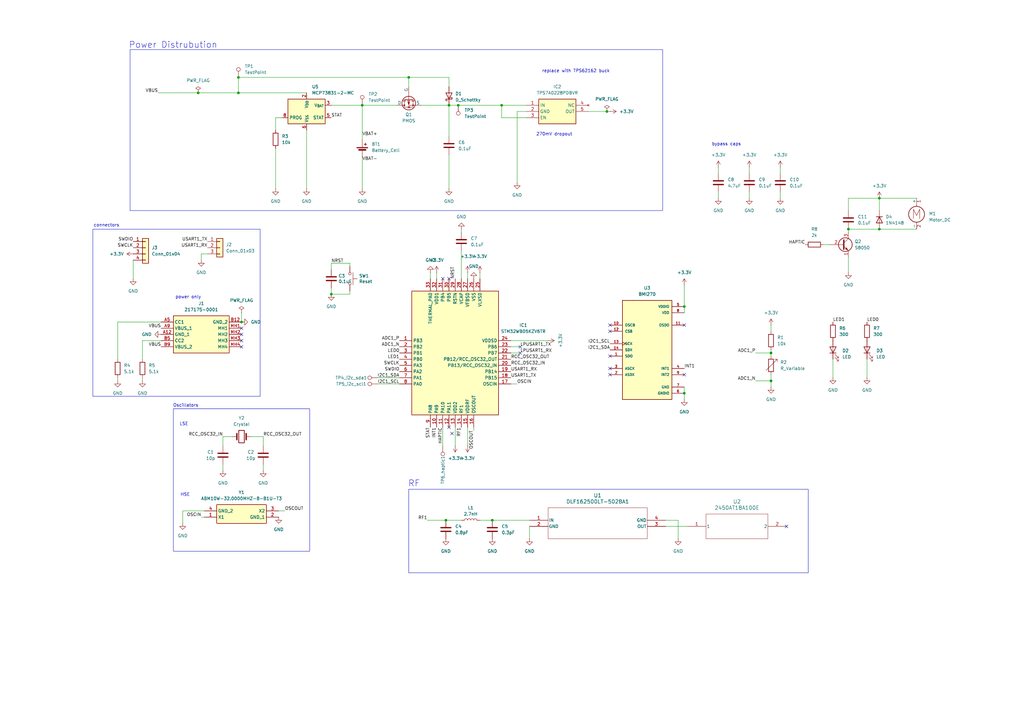
<source format=kicad_sch>
(kicad_sch (version 20231120) (generator "eeschema") (generator_version "8.0")
  (paper "A3")
  (lib_symbols
    (symbol "A_wearables:217175-0001"
      (property "Reference" "J" (at 29.21 7.62 0))
      (property "Value" "217175-0001" (at 29.21 5.08 0))
      (symbol "217175-0001_1_1"
        (pin passive line (at 0 -5.08 0) (length 5.08) (name "GND_1") (number "A12"))
        (pin passive line (at 0 0 0) (length 5.08) (name "CC1") (number "A5"))
        (pin passive line (at 0 -2.54 0) (length 5.08) (name "VBUS_1") (number "A9"))
        (pin passive line (at 33.02 0 180) (length 5.08) (name "GND_2") (number "B12"))
        (pin passive line (at 0 -7.62 0) (length 5.08) (name "CC2") (number "B5"))
        (pin passive line (at 0 -10.16 0) (length 5.08) (name "VBUS_2") (number "B9"))
        (pin passive line (at 33.02 -2.54 180) (length 5.08) (name "MH1") (number "MH1"))
        (pin passive line (at 33.02 -5.08 180) (length 5.08) (name "MH2") (number "MH2"))
        (pin passive line (at 33.02 -7.62 180) (length 5.08) (name "MH3") (number "MH3"))
        (pin passive line (at 33.02 -10.16 180) (length 5.08) (name "MH4") (number "MH4"))
      )
    )
    (symbol "A_wearables:ABM10W-32.0000MHZ-8-B1U-T3"
      (property "Reference" "Y" (at 26.67 7.62 0))
      (property "Value" "ABM10W-32.0000MHZ-8-B1U-T3" (at 26.67 5.08 0))
      (symbol "ABM10W-32.0000MHZ-8-B1U-T3_1_1"
        (pin passive line (at 0 -2.54 0) (length 5.08) (name "X1") (number "1"))
        (pin passive line (at 30.48 -2.54 180) (length 5.08) (name "GND_1") (number "2"))
        (pin passive line (at 30.48 0 180) (length 5.08) (name "X2") (number "3"))
        (pin passive line (at 0 0 0) (length 5.08) (name "GND_2") (number "4"))
      )
    )
    (symbol "A_wearables:STM32WB05KZV6TR"
      (property "Reference" "IC" (at 41.91 25.4 0))
      (property "Value" "STM32WB05KZV6TR" (at 41.91 22.86 0))
      (symbol "STM32WB05KZV6TR_1_1"
        (pin passive line (at 0 0 0) (length 5.08) (name "PB3") (number "1"))
        (pin passive line (at 15.24 -35.56 90) (length 5.08) (name "PA9") (number "10"))
        (pin passive line (at 17.78 -35.56 90) (length 5.08) (name "PA10") (number "11"))
        (pin passive line (at 20.32 -35.56 90) (length 5.08) (name "PA11") (number "12"))
        (pin passive line (at 22.86 -35.56 90) (length 5.08) (name "VDD2") (number "13"))
        (pin passive line (at 25.4 -35.56 90) (length 5.08) (name "RF1") (number "14"))
        (pin passive line (at 27.94 -35.56 90) (length 5.08) (name "VDDRF") (number "15"))
        (pin passive line (at 30.48 -35.56 90) (length 5.08) (name "OSCOUT") (number "16"))
        (pin passive line (at 45.72 -17.78 180) (length 5.08) (name "OSCIN") (number "17"))
        (pin passive line (at 45.72 -15.24 180) (length 5.08) (name "PB15") (number "18"))
        (pin passive line (at 45.72 -12.7 180) (length 5.08) (name "PB14") (number "19"))
        (pin passive line (at 0 -2.54 0) (length 5.08) (name "PB2") (number "2"))
        (pin passive line (at 45.72 -10.16 180) (length 5.08) (name "PB13/RCC_OSC32_IN") (number "20"))
        (pin passive line (at 45.72 -7.62 180) (length 5.08) (name "PB12/RCC_OSC32_OUT") (number "21"))
        (pin passive line (at 45.72 -5.08 180) (length 5.08) (name "PB7") (number "22"))
        (pin passive line (at 45.72 -2.54 180) (length 5.08) (name "PB6") (number "23"))
        (pin passive line (at 45.72 0 180) (length 5.08) (name "VDDSD") (number "24"))
        (pin passive line (at 33.02 25.4 270) (length 5.08) (name "VLXSD") (number "25"))
        (pin passive line (at 30.48 25.4 270) (length 5.08) (name "VSS") (number "26"))
        (pin passive line (at 27.94 25.4 270) (length 5.08) (name "VFBSD") (number "27"))
        (pin passive line (at 25.4 25.4 270) (length 5.08) (name "VCAP") (number "28"))
        (pin passive line (at 22.86 25.4 270) (length 5.08) (name "RSTN") (number "29"))
        (pin passive line (at 0 -5.08 0) (length 5.08) (name "PB1") (number "3"))
        (pin passive line (at 20.32 25.4 270) (length 5.08) (name "PB5") (number "30"))
        (pin passive line (at 17.78 25.4 270) (length 5.08) (name "PB4") (number "31"))
        (pin passive line (at 15.24 25.4 270) (length 5.08) (name "VDD1") (number "32"))
        (pin passive line (at 12.7 25.4 270) (length 5.08) (name "THERMAL_PAD") (number "33"))
        (pin passive line (at 0 -7.62 0) (length 5.08) (name "PB0") (number "4"))
        (pin passive line (at 0 -10.16 0) (length 5.08) (name "PA3") (number "5"))
        (pin passive line (at 0 -12.7 0) (length 5.08) (name "PA2") (number "6"))
        (pin passive line (at 0 -15.24 0) (length 5.08) (name "PA1") (number "7"))
        (pin passive line (at 0 -17.78 0) (length 5.08) (name "PA0") (number "8"))
        (pin passive line (at 12.7 -35.56 90) (length 5.08) (name "PA8") (number "9"))
      )
    )
    (symbol "BMI270:BMI270" (pin_names (offset 1.016))
      (property "Reference" "U" (at -10.16 21.082 0))
      (property "Value" "BMI270" (at -10.16 -22.86 0))
      (symbol "BMI270_0_0"
        (pin bidirectional line (at -15.24 -2.54 0) (length 5.08) (name "SDO") (number "1"))
        (pin input line (at -15.24 10.16 0) (length 5.08) (name "OSCB") (number "10"))
        (pin output line (at 15.24 10.16 180) (length 5.08) (name "OSDO") (number "11"))
        (pin input line (at -15.24 7.62 0) (length 5.08) (name "CSB") (number "12"))
        (pin input clock (at -15.24 2.54 0) (length 5.08) (name "SCX") (number "13"))
        (pin bidirectional line (at -15.24 0 0) (length 5.08) (name "SDX") (number "14"))
        (pin bidirectional line (at -15.24 -10.16 0) (length 5.08) (name "ASDX") (number "2"))
        (pin bidirectional line (at -15.24 -7.62 0) (length 5.08) (name "ASCX") (number "3"))
        (pin bidirectional line (at 15.24 -7.62 180) (length 5.08) (name "INT1") (number "4"))
        (pin power_in line (at 15.24 17.78 180) (length 5.08) (name "VDDIO") (number "5"))
        (pin power_in line (at 15.24 -17.78 180) (length 5.08) (name "GNDIO") (number "6"))
        (pin power_in line (at 15.24 -15.24 180) (length 5.08) (name "GND") (number "7"))
        (pin power_in line (at 15.24 15.24 180) (length 5.08) (name "VDD") (number "8"))
        (pin bidirectional line (at 15.24 -10.16 180) (length 5.08) (name "INT2") (number "9"))
      )
    )
    (symbol "Battery_Management:MCP73831-2-MC"
      (property "Reference" "U" (at -7.62 6.35 0))
      (property "Value" "MCP73831-2-MC" (at 1.27 6.35 0))
      (symbol "MCP73831-2-MC_1_1"
        (pin passive line (at 0 7.62 270) (length 2.54) hide (name "V_{DD}") (number "1"))
        (pin power_in line (at 0 7.62 270) (length 2.54) (name "V_{DD}") (number "2"))
        (pin power_out line (at 10.16 2.54 180) (length 2.54) (name "V_{BAT}") (number "3"))
        (pin passive line (at 10.16 2.54 180) (length 2.54) hide (name "V_{BAT}") (number "4"))
        (pin tri_state line (at 10.16 -2.54 180) (length 2.54) (name "STAT") (number "5"))
        (pin power_in line (at 0 -7.62 90) (length 2.54) (name "V_{SS}") (number "6"))
        (pin no_connect line (at -7.62 2.54 0) (length 2.54) hide (name "NC") (number "7"))
        (pin input line (at -10.16 -2.54 0) (length 2.54) (name "PROG") (number "8"))
      )
    )
    (symbol "Connector:TestPoint" (pin_numbers hide) (pin_names (offset 0.762) hide)
      (property "Reference" "TP" (at 0 6.858 0))
      (property "Value" "TestPoint" (at 0 5.08 0))
      (symbol "TestPoint_1_1"
        (pin passive line (at 0 0 90) (length 2.54) (name "1") (number "1"))
      )
    )
    (symbol "Connector_Generic:Conn_01x03" (pin_names (offset 1.016) hide)
      (property "Reference" "J" (at 0 5.08 0))
      (property "Value" "Conn_01x03" (at 0 -5.08 0))
      (symbol "Conn_01x03_1_1"
        (pin passive line (at -5.08 2.54 0) (length 3.81) (name "Pin_1") (number "1"))
        (pin passive line (at -5.08 0 0) (length 3.81) (name "Pin_2") (number "2"))
        (pin passive line (at -5.08 -2.54 0) (length 3.81) (name "Pin_3") (number "3"))
      )
    )
    (symbol "Connector_Generic:Conn_01x04" (pin_names (offset 1.016) hide)
      (property "Reference" "J" (at 0 5.08 0))
      (property "Value" "Conn_01x04" (at 0 -7.62 0))
      (symbol "Conn_01x04_1_1"
        (pin passive line (at -5.08 2.54 0) (length 3.81) (name "Pin_1") (number "1"))
        (pin passive line (at -5.08 0 0) (length 3.81) (name "Pin_2") (number "2"))
        (pin passive line (at -5.08 -2.54 0) (length 3.81) (name "Pin_3") (number "3"))
        (pin passive line (at -5.08 -5.08 0) (length 3.81) (name "Pin_4") (number "4"))
      )
    )
    (symbol "Device:Battery_Cell" (pin_numbers hide) (pin_names (offset 0) hide)
      (property "Reference" "BT" (at 2.54 2.54 0))
      (property "Value" "Battery_Cell" (at 2.54 0 0))
      (symbol "Battery_Cell_1_1"
        (pin passive line (at 0 5.08 270) (length 2.54) (name "+") (number "1"))
        (pin passive line (at 0 -2.54 90) (length 2.54) (name "-") (number "2"))
      )
    )
    (symbol "Device:C" (pin_numbers hide) (pin_names (offset 0.254))
      (property "Reference" "C" (at 0.635 2.54 0))
      (property "Value" "C" (at 0.635 -2.54 0))
      (symbol "C_1_1"
        (pin passive line (at 0 3.81 270) (length 2.794) (name "~") (number "1"))
        (pin passive line (at 0 -3.81 90) (length 2.794) (name "~") (number "2"))
      )
    )
    (symbol "Device:Crystal" (pin_numbers hide) (pin_names (offset 1.016) hide)
      (property "Reference" "Y" (at 0 3.81 0))
      (property "Value" "Crystal" (at 0 -3.81 0))
      (symbol "Crystal_1_1"
        (pin passive line (at -3.81 0 0) (length 1.27) (name "1") (number "1"))
        (pin passive line (at 3.81 0 180) (length 1.27) (name "2") (number "2"))
      )
    )
    (symbol "Device:D_Schottky" (pin_numbers hide) (pin_names (offset 1.016) hide)
      (property "Reference" "D" (at 0 2.54 0))
      (property "Value" "D_Schottky" (at 0 -2.54 0))
      (symbol "D_Schottky_1_1"
        (pin passive line (at -3.81 0 0) (length 2.54) (name "K") (number "1"))
        (pin passive line (at 3.81 0 180) (length 2.54) (name "A") (number "2"))
      )
    )
    (symbol "Device:L" (pin_numbers hide) (pin_names (offset 1.016) hide)
      (property "Reference" "L" (at -1.27 0 90))
      (property "Value" "L" (at 1.905 0 90))
      (symbol "L_1_1"
        (pin passive line (at 0 3.81 270) (length 1.27) (name "1") (number "1"))
        (pin passive line (at 0 -3.81 90) (length 1.27) (name "2") (number "2"))
      )
    )
    (symbol "Device:LED" (pin_numbers hide) (pin_names (offset 1.016) hide)
      (property "Reference" "D" (at 0 2.54 0))
      (property "Value" "LED" (at 0 -2.54 0))
      (symbol "LED_1_1"
        (pin passive line (at -3.81 0 0) (length 2.54) (name "K") (number "1"))
        (pin passive line (at 3.81 0 180) (length 2.54) (name "A") (number "2"))
      )
    )
    (symbol "Device:R" (pin_numbers hide) (pin_names (offset 0))
      (property "Reference" "R" (at 2.032 0 90))
      (property "Value" "R" (at 0 0 90))
      (symbol "R_1_1"
        (pin passive line (at 0 3.81 270) (length 1.27) (name "~") (number "1"))
        (pin passive line (at 0 -3.81 90) (length 1.27) (name "~") (number "2"))
      )
    )
    (symbol "Device:R_Variable" (pin_numbers hide) (pin_names (offset 0))
      (property "Reference" "R" (at 2.54 -2.54 90))
      (property "Value" "R_Variable" (at -2.54 -1.27 90))
      (symbol "R_Variable_1_1"
        (pin passive line (at 0 3.81 270) (length 1.27) (name "~") (number "1"))
        (pin passive line (at 0 -3.81 90) (length 1.27) (name "~") (number "2"))
      )
    )
    (symbol "Diode:1N4148" (pin_numbers hide) (pin_names hide)
      (property "Reference" "D" (at 0 2.54 0))
      (property "Value" "1N4148" (at 0 -2.54 0))
      (symbol "1N4148_1_1"
        (pin passive line (at -3.81 0 0) (length 2.54) (name "K") (number "1"))
        (pin passive line (at 3.81 0 180) (length 2.54) (name "A") (number "2"))
      )
    )
    (symbol "GND_1" (power) (pin_numbers hide) (pin_names (offset 0) hide)
      (property "Value" "GND" (at 0 -3.81 0))
      (symbol "GND_1_1_1"
        (pin power_in line (at 0 0 270) (length 0) (name "~") (number "1"))
      )
    )
    (symbol "GND_12" (power) (pin_numbers hide) (pin_names (offset 0) hide)
      (property "Value" "GND" (at 0 -3.81 0))
      (symbol "GND_12_1_1"
        (pin power_in line (at 0 0 270) (length 0) (name "~") (number "1"))
      )
    )
    (symbol "GND_13" (power) (pin_numbers hide) (pin_names (offset 0) hide)
      (property "Value" "GND" (at 0 -3.81 0))
      (symbol "GND_13_1_1"
        (pin power_in line (at 0 0 270) (length 0) (name "~") (number "1"))
      )
    )
    (symbol "GND_3" (power) (pin_numbers hide) (pin_names (offset 0) hide)
      (property "Value" "GND" (at 0 -3.81 0))
      (symbol "GND_3_1_1"
        (pin power_in line (at 0 0 270) (length 0) (name "~") (number "1"))
      )
    )
    (symbol "GND_4" (power) (pin_numbers hide) (pin_names (offset 0) hide)
      (property "Value" "GND" (at 0 -3.81 0))
      (symbol "GND_4_1_1"
        (pin power_in line (at 0 0 270) (length 0) (name "~") (number "1"))
      )
    )
    (symbol "GND_7" (power) (pin_numbers hide) (pin_names (offset 0) hide)
      (property "Value" "GND" (at 0 -3.81 0))
      (symbol "GND_7_1_1"
        (pin power_in line (at 0 0 270) (length 0) (name "~") (number "1"))
      )
    )
    (symbol "Motor:Motor_DC" (pin_names (offset 0))
      (property "Reference" "M" (at 2.54 2.54 0))
      (property "Value" "Motor_DC" (at 2.54 -5.08 0))
      (symbol "Motor_DC_1_1"
        (pin passive line (at 0 5.08 270) (length 2.54) (name "+") (number "1"))
        (pin passive line (at 0 -7.62 90) (length 2.54) (name "-") (number "2"))
      )
    )
    (symbol "Simulation_SPICE:PMOS" (pin_numbers hide) (pin_names (offset 0))
      (property "Reference" "Q" (at 5.08 1.27 0))
      (property "Value" "PMOS" (at 5.08 -1.27 0))
      (symbol "PMOS_1_1"
        (pin passive line (at 2.54 5.08 270) (length 2.54) (name "D") (number "1"))
        (pin input line (at -5.08 0 0) (length 2.54) (name "G") (number "2"))
        (pin passive line (at 2.54 -5.08 90) (length 2.54) (name "S") (number "3"))
      )
    )
    (symbol "Switch:SW_Push" (pin_numbers hide) (pin_names (offset 1.016) hide)
      (property "Reference" "SW" (at 1.27 2.54 0))
      (property "Value" "SW_Push" (at 0 -1.524 0))
      (symbol "SW_Push_0_1"
        (pin passive line (at -5.08 0 0) (length 2.54) (name "1") (number "1"))
        (pin passive line (at 5.08 0 180) (length 2.54) (name "2") (number "2"))
      )
    )
    (symbol "Transistor_BJT:S8050" (pin_names (offset 0) hide)
      (property "Reference" "Q" (at 5.08 1.905 0))
      (property "Value" "S8050" (at 5.08 0 0))
      (symbol "S8050_1_1"
        (pin passive line (at 2.54 -5.08 90) (length 2.54) (name "E") (number "1"))
        (pin input line (at -5.08 0 0) (length 5.08) (name "B") (number "2"))
        (pin passive line (at 2.54 5.08 270) (length 2.54) (name "C") (number "3"))
      )
    )
    (symbol "power:+3.3V" (power) (pin_numbers hide) (pin_names (offset 0) hide)
      (property "Value" "+3.3V" (at 0 3.556 0))
      (symbol "+3.3V_1_1"
        (pin power_in line (at 0 0 90) (length 0) (name "~") (number "1"))
      )
    )
    (symbol "power:GND" (power) (pin_numbers hide) (pin_names (offset 0) hide)
      (property "Value" "GND" (at 0 -3.81 0))
      (symbol "GND_1_1"
        (pin power_in line (at 0 0 270) (length 0) (name "~") (number "1"))
      )
    )
    (symbol "power:PWR_FLAG" (power) (pin_numbers hide) (pin_names (offset 0) hide)
      (property "Value" "PWR_FLAG" (at 0 3.81 0))
      (symbol "PWR_FLAG_0_0"
        (pin power_out line (at 0 0 90) (length 0) (name "~") (number "1"))
      )
    )
    (symbol "wearable-som-sym-lib:2450AT18A100E" (pin_names (offset 0.254))
      (property "Reference" "U" (at 20.32 10.16 0))
      (property "Value" "2450AT18A100E" (at 20.32 7.62 0))
      (symbol "2450AT18A100E_1_1"
        (pin unspecified line (at 0 0 0) (length 7.62) (name "1") (number "1"))
        (pin unspecified line (at 40.64 0 180) (length 7.62) (name "2") (number "2"))
      )
    )
    (symbol "wearable-som-sym-lib:DLF162500LT-5028A1" (pin_names (offset 0.254))
      (property "Reference" "U" (at 27.94 10.16 0))
      (property "Value" "DLF162500LT-5028A1" (at 27.94 7.62 0))
      (symbol "DLF162500LT-5028A1_1_1"
        (pin input line (at 0 0 0) (length 7.62) (name "IN") (number "1"))
        (pin power_in line (at 0 -2.54 0) (length 7.62) (name "GND") (number "2"))
        (pin output line (at 55.88 -2.54 180) (length 7.62) (name "OUT") (number "3"))
        (pin power_in line (at 55.88 0 180) (length 7.62) (name "GND") (number "4"))
      )
    )
    (symbol "wearable-som-sym-lib:TPS7A0228PDBVR"
      (property "Reference" "IC" (at 21.59 7.62 0))
      (property "Value" "TPS7A0228PDBVR" (at 21.59 5.08 0))
      (symbol "TPS7A0228PDBVR_1_1"
        (pin passive line (at 0 0 0) (length 5.08) (name "IN") (number "1"))
        (pin passive line (at 0 -2.54 0) (length 5.08) (name "GND") (number "2"))
        (pin passive line (at 0 -5.08 0) (length 5.08) (name "EN") (number "3"))
        (pin no_connect line (at 25.4 0 180) (length 5.08) (name "NC") (number "4"))
        (pin passive line (at 25.4 -2.54 180) (length 5.08) (name "OUT") (number "5"))
      )
    )
  )
  (junction (at 201.93 213.36))
  (junction (at 205.74 43.18))
  (junction (at 248.92 45.72))
  (junction (at 81.28 38.1))
  (junction (at 97.79 31.75))
  (junction (at 184.15 43.18))
  (junction (at 316.23 144.78))
  (junction (at 148.59 43.18))
  (junction (at 316.23 156.21))
  (junction (at 182.88 213.36))
  (junction (at 360.68 81.28))
  (junction (at 99.06 132.08))
  (junction (at 280.67 125.73))
  (junction (at 167.64 31.75))
  (junction (at 280.67 161.29))
  (junction (at 360.68 93.98))
  (junction (at 187.96 43.18))
  (junction (at 97.79 38.1))
  (junction (at 135.89 120.65))
  (junction (at 347.98 93.98))
  (no_connect (at 213.36 142.24))
  (no_connect (at 250.19 146.05))
  (no_connect (at 99.06 137.16))
  (no_connect (at 280.67 153.67))
  (no_connect (at 99.06 134.62))
  (no_connect (at 185.42 177.8))
  (no_connect (at 280.67 133.35))
  (no_connect (at 99.06 142.24))
  (no_connect (at 322.58 215.9))
  (no_connect (at 184.15 114.3))
  (no_connect (at 250.19 153.67))
  (no_connect (at 250.19 133.35))
  (no_connect (at 250.19 151.13))
  (no_connect (at 184.15 175.26))
  (no_connect (at 181.61 114.3))
  (no_connect (at 250.19 135.89))
  (no_connect (at 213.36 144.78))
  (no_connect (at 99.06 139.7))
  (wire (pts (xy 107.95 190.5) (xy 107.95 193.04)))
  (wire (pts (xy 294.64 68.58) (xy 294.64 71.12)))
  (wire (pts (xy 196.85 111.76) (xy 196.85 114.3)))
  (wire (pts (xy 278.13 213.36) (xy 278.13 220.98)))
  (wire (pts (xy 82.55 212.09) (xy 83.82 212.09)))
  (wire (pts (xy 248.92 45.72) (xy 250.19 45.72)))
  (wire (pts (xy 241.3 45.72) (xy 248.92 45.72)))
  (wire (pts (xy 316.23 133.35) (xy 316.23 135.89)))
  (wire (pts (xy 58.42 154.94) (xy 58.42 156.21)))
  (wire (pts (xy 186.69 175.26) (xy 186.69 182.88)))
  (wire (pts (xy 309.88 144.78) (xy 316.23 144.78)))
  (wire (pts (xy 99.06 128.27) (xy 99.06 132.08)))
  (wire (pts (xy 148.59 43.18) (xy 148.59 57.15)))
  (wire (pts (xy 184.15 43.18) (xy 187.96 43.18)))
  (wire (pts (xy 184.15 31.75) (xy 184.15 35.56)))
  (wire (pts (xy 191.77 175.26) (xy 191.77 182.88)))
  (wire (pts (xy 48.26 154.94) (xy 48.26 156.21)))
  (wire (pts (xy 167.64 31.75) (xy 184.15 31.75)))
  (wire (pts (xy 316.23 156.21) (xy 316.23 158.75)))
  (wire (pts (xy 95.25 179.07) (xy 91.44 179.07)))
  (wire (pts (xy 58.42 139.7) (xy 58.42 147.32)))
  (wire (pts (xy 135.89 43.18) (xy 148.59 43.18)))
  (wire (pts (xy 74.93 209.55) (xy 74.93 214.63)))
  (wire (pts (xy 316.23 143.51) (xy 316.23 144.78)))
  (wire (pts (xy 184.15 63.5) (xy 184.15 77.47)))
  (wire (pts (xy 64.77 38.1) (xy 81.28 38.1)))
  (wire (pts (xy 48.26 132.08) (xy 48.26 147.32)))
  (wire (pts (xy 341.63 147.32) (xy 341.63 154.94)))
  (wire (pts (xy 316.23 153.67) (xy 316.23 156.21)))
  (wire (pts (xy 113.03 48.26) (xy 113.03 53.34)))
  (wire (pts (xy 309.88 156.21) (xy 316.23 156.21)))
  (wire (pts (xy 148.59 64.77) (xy 148.59 77.47)))
  (wire (pts (xy 375.92 81.28) (xy 360.68 81.28)))
  (wire (pts (xy 209.55 157.48) (xy 212.09 157.48)))
  (wire (pts (xy 294.64 78.74) (xy 294.64 81.28)))
  (wire (pts (xy 125.73 53.34) (xy 125.73 77.47)))
  (wire (pts (xy 97.79 31.75) (xy 97.79 38.1)))
  (wire (pts (xy 209.55 139.7) (xy 224.79 139.7)))
  (wire (pts (xy 135.89 118.11) (xy 135.89 120.65)))
  (wire (pts (xy 148.59 43.18) (xy 162.56 43.18)))
  (wire (pts (xy 213.36 144.78) (xy 209.55 144.78)))
  (wire (pts (xy 184.15 43.18) (xy 184.15 55.88)))
  (wire (pts (xy 320.04 78.74) (xy 320.04 81.28)))
  (wire (pts (xy 113.03 60.96) (xy 113.03 77.47)))
  (wire (pts (xy 54.61 106.68) (xy 54.61 114.3)))
  (wire (pts (xy 205.74 48.26) (xy 205.74 43.18)))
  (wire (pts (xy 115.57 48.26) (xy 113.03 48.26)))
  (wire (pts (xy 307.34 78.74) (xy 307.34 81.28)))
  (wire (pts (xy 194.31 176.53) (xy 194.31 175.26)))
  (wire (pts (xy 167.64 31.75) (xy 167.64 35.56)))
  (wire (pts (xy 182.88 213.36) (xy 189.23 213.36)))
  (wire (pts (xy 347.98 93.98) (xy 347.98 95.25)))
  (wire (pts (xy 97.79 38.1) (xy 125.73 38.1)))
  (wire (pts (xy 280.67 116.84) (xy 280.67 125.73)))
  (wire (pts (xy 217.17 215.9) (xy 217.17 220.98)))
  (wire (pts (xy 347.98 105.41) (xy 347.98 111.76)))
  (wire (pts (xy 337.82 100.33) (xy 340.36 100.33)))
  (wire (pts (xy 107.95 182.88) (xy 107.95 179.07)))
  (wire (pts (xy 143.51 120.65) (xy 143.51 119.38)))
  (wire (pts (xy 205.74 43.18) (xy 215.9 43.18)))
  (wire (pts (xy 167.64 31.75) (xy 97.79 31.75)))
  (wire (pts (xy 355.6 147.32) (xy 355.6 154.94)))
  (wire (pts (xy 172.72 43.18) (xy 184.15 43.18)))
  (wire (pts (xy 58.42 139.7) (xy 66.04 139.7)))
  (wire (pts (xy 347.98 93.98) (xy 360.68 93.98)))
  (wire (pts (xy 107.95 179.07) (xy 102.87 179.07)))
  (wire (pts (xy 187.96 43.18) (xy 205.74 43.18)))
  (wire (pts (xy 360.68 93.98) (xy 375.92 93.98)))
  (wire (pts (xy 135.89 107.95) (xy 143.51 107.95)))
  (wire (pts (xy 360.68 81.28) (xy 347.98 81.28)))
  (wire (pts (xy 181.61 175.26) (xy 181.61 182.88)))
  (wire (pts (xy 280.67 161.29) (xy 280.67 163.83)))
  (wire (pts (xy 273.05 215.9) (xy 281.94 215.9)))
  (wire (pts (xy 280.67 158.75) (xy 280.67 161.29)))
  (wire (pts (xy 307.34 68.58) (xy 307.34 71.12)))
  (wire (pts (xy 201.93 213.36) (xy 217.17 213.36)))
  (wire (pts (xy 179.07 111.76) (xy 179.07 114.3)))
  (wire (pts (xy 91.44 179.07) (xy 91.44 182.88)))
  (wire (pts (xy 175.26 213.36) (xy 182.88 213.36)))
  (wire (pts (xy 189.23 102.87) (xy 189.23 114.3)))
  (wire (pts (xy 135.89 110.49) (xy 135.89 107.95)))
  (wire (pts (xy 347.98 81.28) (xy 347.98 86.36)))
  (wire (pts (xy 81.28 38.1) (xy 97.79 38.1)))
  (wire (pts (xy 114.3 209.55) (xy 116.84 209.55)))
  (wire (pts (xy 320.04 68.58) (xy 320.04 71.12)))
  (wire (pts (xy 143.51 107.95) (xy 143.51 109.22)))
  (wire (pts (xy 360.68 81.28) (xy 360.68 86.36)))
  (wire (pts (xy 215.9 48.26) (xy 205.74 48.26)))
  (wire (pts (xy 273.05 213.36) (xy 278.13 213.36)))
  (wire (pts (xy 91.44 190.5) (xy 91.44 193.04)))
  (wire (pts (xy 280.67 125.73) (xy 280.67 128.27)))
  (wire (pts (xy 196.85 213.36) (xy 201.93 213.36)))
  (wire (pts (xy 154.94 157.48) (xy 163.83 157.48)))
  (wire (pts (xy 189.23 93.98) (xy 189.23 95.25)))
  (wire (pts (xy 212.09 45.72) (xy 215.9 45.72)))
  (wire (pts (xy 85.09 104.14) (xy 82.55 104.14)))
  (wire (pts (xy 176.53 111.76) (xy 176.53 114.3)))
  (wire (pts (xy 82.55 104.14) (xy 82.55 106.68)))
  (wire (pts (xy 154.94 154.94) (xy 163.83 154.94)))
  (wire (pts (xy 191.77 111.76) (xy 191.77 114.3)))
  (wire (pts (xy 212.09 74.93) (xy 212.09 45.72)))
  (wire (pts (xy 135.89 120.65) (xy 143.51 120.65)))
  (wire (pts (xy 213.36 142.24) (xy 209.55 142.24)))
  (wire (pts (xy 83.82 209.55) (xy 74.93 209.55)))
  (wire (pts (xy 66.04 132.08) (xy 48.26 132.08)))
  (wire (pts (xy 316.23 144.78) (xy 316.23 146.05)))
  (rectangle (start 38.1 93.98) (end 106.68 162.56))
  (rectangle (start 71.12 167.64) (end 127 226.06))
  (rectangle (start 53.34 20.32) (end 271.78 86.36))
  (rectangle (start 167.64 200.66) (end 331.47 234.95))
  (text "270mV dropout\n" (at 227.33 55.118 0) (effects (font (size 1.27 1.27))))
  (text "HSE\n" (at 75.946 202.946 0) (effects (font (size 1.27 1.27))))
  (text "Oscillators\n" (at 76.2 166.37 0) (effects (font (size 1.27 1.27))))
  (text "RF\n" (at 167.386 199.898 0) (effects (font (size 2.54 2.54)) (justify left bottom)))
  (text "replace with TPS62162 buck\n" (at 236.22 29.21 0) (effects (font (size 1.27 1.27))))
  (text "connectors\n" (at 43.688 92.456 0) (effects (font (size 1.27 1.27))))
  (text "LSE\n" (at 75.438 173.99 0) (effects (font (size 1.27 1.27))))
  (text "Power Distrubution\n" (at 52.832 18.542 0) (effects (font (size 2.54 2.54)) (justify left)))
  (text "bypass caps\n" (at 297.942 59.182 0) (effects (font (size 1.27 1.27))))
  (text "power only\n" (at 77.216 121.92 0) (effects (font (size 1.27 1.27))))
  (label "RCC_OSC32_IN" (at 209.55 149.86 0))
  (label "OSCOUT" (at 194.31 176.53 270))
  (label "ADC1_P" (at 309.88 144.78 180))
  (label "RF1" (at 189.23 175.26 270))
  (label "VBAT-" (at 148.59 66.04 0))
  (label "RCC_OSC32_OUT" (at 209.55 147.32 0))
  (label "SWDIO" (at 163.83 152.4 180))
  (label "ADC1_N" (at 309.88 156.21 180))
  (label "I2C1_SCL" (at 163.83 157.48 180))
  (label "I2C1_SCL" (at 250.19 140.97 180))
  (label "USART1_RX" (at 209.55 152.4 0))
  (label "SWCLK" (at 163.83 149.86 180))
  (label "NRST" (at 186.69 114.3 90))
  (label "LED1" (at 163.83 147.32 180))
  (label "RF1" (at 175.26 213.36 180))
  (label "HAPTIC" (at 330.2 100.33 180))
  (label "STAT" (at 176.53 175.26 270))
  (label "STAT" (at 135.89 48.26 0))
  (label "USART1_RX" (at 85.09 101.6 180))
  (label "LED1" (at 341.63 132.08 0))
  (label "OSCOUT" (at 116.84 209.55 0))
  (label "NRST" (at 135.89 107.95 0))
  (label "USART1_TX" (at 209.55 154.94 0))
  (label "OSCIN" (at 212.09 157.48 0))
  (label "HAPTIC" (at 181.61 175.26 270))
  (label "RCC_OSC32_IN" (at 91.44 179.07 180))
  (label "LED0" (at 163.83 144.78 180))
  (label "OSCIN" (at 82.55 212.09 180))
  (label "SWDIO" (at 54.61 99.06 180))
  (label "SWCLK" (at 54.61 101.6 180))
  (label "VBUS" (at 66.04 134.62 180))
  (label "INT1" (at 179.07 175.26 270))
  (label "RCC_OSC32_OUT" (at 107.95 179.07 0))
  (label "LPUSART1_RX" (at 213.36 144.78 0))
  (label "VBAT+" (at 148.59 55.88 0))
  (label "LED0" (at 355.6 132.08 0))
  (label "ADC1_P" (at 163.83 139.7 180))
  (label "USART1_TX" (at 85.09 99.06 180))
  (label "I2C1_SDA" (at 163.83 154.94 180))
  (label "VBUS" (at 64.77 38.1 180))
  (label "VBUS" (at 66.04 142.24 180))
  (label "INT1" (at 280.67 151.13 0))
  (label "LPUSART1_TX" (at 213.36 142.24 0))
  (label "ADC1_N" (at 163.83 142.24 180))
  (label "I2C1_SDA" (at 250.19 143.51 180))
  (symbol (lib_name "GND_13") (lib_id "power:GND") (at 82.55 106.68 0) (unit 1)
    (property "Reference" "#PWR020" (effects (hide yes)))
    (property "Value" "GND" (at 82.55 111.76 0))
    (property "Description" "Power symbol creates a global label with name \"GND\" , ground" (effects (hide yes)))
  )
  (symbol (lib_id "Connector:TestPoint") (at 148.59 43.18 0) (unit 1)
    (property "Reference" "TP2" (at 151.13 38.6079 0) (effects (justify left)))
    (property "Value" "TestPoint" (at 151.13 41.1479 0) (effects (justify left)))
    (property "Footprint" "TestPoint:TestPoint_THTPad_1.0x1.0mm_Drill0.5mm" (effects (hide yes)))
    (property "Description" "test point" (effects (hide yes)))
  )
  (symbol (lib_id "Device:R") (at 341.63 135.89 0) (unit 1)
    (property "Reference" "R6" (at 344.17 134.6199 0) (effects (justify left)))
    (property "Value" "300" (at 344.17 137.1599 0) (effects (justify left)))
    (property "Footprint" "Resistor_SMD:R_0805_2012Metric" (effects (hide yes)))
    (property "Description" "Resistor" (effects (hide yes)))
  )
  (symbol (lib_name "GND_7") (lib_id "power:GND") (at 355.6 154.94 0) (unit 1)
    (property "Reference" "#PWR044" (effects (hide yes)))
    (property "Value" "GND" (at 355.6 160.02 0))
    (property "Description" "Power symbol creates a global label with name \"GND\" , ground" (effects (hide yes)))
  )
  (symbol (lib_id "power:GND") (at 114.3 212.09 0) (unit 1)
    (property "Reference" "#PWR09" (effects (hide yes)))
    (property "Value" "GND" (at 114.3 217.17 0))
    (property "Description" "Power symbol creates a global label with name \"GND\" , ground" (effects (hide yes)))
  )
  (symbol (lib_id "Device:C") (at 184.15 59.69 0) (unit 1)
    (property "Reference" "C6" (at 187.96 58.4199 0) (effects (justify left)))
    (property "Value" "0.1uF" (at 187.96 60.9599 0) (effects (justify left)))
    (property "Footprint" "Capacitor_SMD:C_0805_2012Metric" (effects (hide yes)))
    (property "Description" "Unpolarized capacitor" (effects (hide yes)))
  )
  (symbol (lib_name "GND_1") (lib_id "power:GND") (at 148.59 77.47 0) (unit 1)
    (property "Reference" "#PWR027" (effects (hide yes)))
    (property "Value" "GND" (at 148.59 82.55 0))
    (property "Description" "Power symbol creates a global label with name \"GND\" , ground" (effects (hide yes)))
  )
  (symbol (lib_id "Simulation_SPICE:PMOS") (at 167.64 40.64 90) (mirror x) (unit 1)
    (property "Reference" "Q1" (at 167.64 46.99 90))
    (property "Value" "PMOS" (at 167.64 49.53 90))
    (property "Footprint" "A_wearables:SOT96P240X110-3N" (effects (hide yes)))
    (property "Datasheet" "https://ngspice.sourceforge.io/docs/ngspice-html-manual/manual.xhtml#cha_MOSFETs" (effects (hide yes)))
    (property "Description" "P-MOSFET transistor, drain/source/gate" (effects (hide yes)))
    (property "Sim.Device" "PMOS" (effects (hide yes)))
    (property "Sim.Type" "VDMOS" (effects (hide yes)))
    (property "Sim.Pins" "1=D 2=G 3=S" (effects (hide yes)))
  )
  (symbol (lib_id "Device:C") (at 189.23 99.06 0) (unit 1)
    (property "Reference" "C7" (at 193.04 97.7899 0) (effects (justify left)))
    (property "Value" "0.1uF" (at 193.04 100.3299 0) (effects (justify left)))
    (property "Footprint" "Capacitor_SMD:C_0805_2012Metric" (effects (hide yes)))
    (property "Description" "Unpolarized capacitor" (effects (hide yes)))
  )
  (symbol (lib_id "power:+3.3V") (at 179.07 111.76 0) (mirror y) (unit 1)
    (property "Reference" "#PWR04" (effects (hide yes)))
    (property "Value" "+3.3V" (at 179.07 106.68 0))
    (property "Description" "Power symbol creates a global label with name \"+3.3V\"" (effects (hide yes)))
  )
  (symbol (lib_name "GND_7") (lib_id "power:GND") (at 341.63 154.94 0) (unit 1)
    (property "Reference" "#PWR043" (effects (hide yes)))
    (property "Value" "GND" (at 341.63 160.02 0))
    (property "Description" "Power symbol creates a global label with name \"GND\" , ground" (effects (hide yes)))
  )
  (symbol (lib_id "Device:C") (at 294.64 74.93 0) (unit 1)
    (property "Reference" "C8" (at 298.45 73.6599 0) (effects (justify left)))
    (property "Value" "4.7uF" (at 298.45 76.1999 0) (effects (justify left)))
    (property "Footprint" "Capacitor_SMD:C_0805_2012Metric" (effects (hide yes)))
    (property "Description" "Unpolarized capacitor" (effects (hide yes)))
  )
  (symbol (lib_id "power:GND") (at 135.89 120.65 0) (unit 1)
    (property "Reference" "#PWR013" (effects (hide yes)))
    (property "Value" "GND" (at 135.89 125.73 0))
  )
  (symbol (lib_id "power:+3.3V") (at 186.69 182.88 180) (unit 1)
    (property "Reference" "#PWR01" (effects (hide yes)))
    (property "Value" "+3.3V" (at 186.69 187.96 0))
    (property "Description" "Power symbol creates a global label with name \"+3.3V\"" (effects (hide yes)))
  )
  (symbol (lib_id "A_wearables:STM32WB05KZV6TR") (at 163.83 139.7 0) (unit 1)
    (property "Reference" "IC1" (at 214.63 133.3814 0))
    (property "Value" "STM32WB05KZV6TR" (at 214.63 135.9214 0))
    (property "Footprint" "A_wearables:QFN50P500X500X100-33N-D" (effects (hide yes)))
    (property "Datasheet" "https://www.st.com/resource/en/datasheet/stm32wb05kz.pdf" (effects (hide yes)))
    (property "Description" "Ultra-low-power, Arm Cortex-M0+ MCU 64 MHz with 192 Kbytes of Flash memory, 24 Kbytes of RAM, Bluetooth LE 5.4" (effects (hide yes)))
    (property "Height" "1" (effects (hide yes)))
    (property "Mouser Part Number" "511-STM32WB05KNV6TR" (effects (hide yes)))
    (property "Manufacturer_Name" "STMicroelectronics" (effects (hide yes)))
    (property "Manufacturer_Part_Number" "STM32WB05KZV6TR" (effects (hide yes)))
  )
  (symbol (lib_id "Connector:TestPoint") (at 154.94 154.94 90) (unit 1)
    (property "Reference" "TP4_i2c_sda1" (at 144.018 154.94 90))
    (property "Value" "TestPoint" (effects (hide yes)))
    (property "Footprint" "A_wearables:5000" (effects (hide yes)))
    (property "Description" "test point" (effects (hide yes)))
  )
  (symbol (lib_id "power:+3.3V") (at 320.04 68.58 0) (unit 1)
    (property "Reference" "#PWR041" (effects (hide yes)))
    (property "Value" "+3.3V" (at 320.04 63.5 0))
    (property "Description" "Power symbol creates a global label with name \"+3.3V\"" (effects (hide yes)))
  )
  (symbol (lib_id "Connector_Generic:Conn_01x03") (at 90.17 101.6 0) (unit 1)
    (property "Reference" "J2" (at 92.71 100.3299 0) (effects (justify left)))
    (property "Value" "Conn_01x03" (at 92.71 102.8699 0) (effects (justify left)))
    (property "Footprint" "Connector_PinHeader_2.54mm:PinHeader_1x03_P2.54mm_Vertical" (effects (hide yes)))
    (property "Description" "Generic connector, single row, 01x03, script generated (kicad-library-utils/schlib/autogen/connector/)" (effects (hide yes)))
  )
  (symbol (lib_id "Connector_Generic:Conn_01x04") (at 59.69 101.6 0) (unit 1)
    (property "Reference" "J3" (at 62.23 101.5999 0) (effects (justify left)))
    (property "Value" "Conn_01x04" (at 62.23 104.1399 0) (effects (justify left)))
    (property "Footprint" "Connector_PinHeader_2.54mm:PinHeader_1x04_P2.54mm_Vertical" (effects (hide yes)))
    (property "Description" "Generic connector, single row, 01x04, script generated (kicad-library-utils/schlib/autogen/connector/)" (effects (hide yes)))
  )
  (symbol (lib_id "power:GND") (at 99.06 132.08 90) (unit 1)
    (property "Reference" "#PWR014" (effects (hide yes)))
    (property "Value" "GND" (at 102.87 132.0799 90) (effects (justify right)))
  )
  (symbol (lib_id "Device:R") (at 113.03 57.15 0) (unit 1)
    (property "Reference" "R3" (at 115.57 55.8799 0) (effects (justify left)))
    (property "Value" "10k" (at 115.57 58.4199 0) (effects (justify left)))
    (property "Footprint" "Resistor_SMD:R_0805_2012Metric" (effects (hide yes)))
    (property "Description" "Resistor" (effects (hide yes)))
  )
  (symbol (lib_id "power:+3.3V") (at 307.34 68.58 0) (unit 1)
    (property "Reference" "#PWR039" (effects (hide yes)))
    (property "Value" "+3.3V" (at 307.34 63.5 0))
    (property "Description" "Power symbol creates a global label with name \"+3.3V\"" (effects (hide yes)))
  )
  (symbol (lib_id "A_wearables:217175-0001") (at 66.04 132.08 0) (unit 1)
    (property "Reference" "J1" (at 82.55 124.46 0))
    (property "Value" "217175-0001" (at 82.55 127 0))
    (property "Footprint" "A_wearables:2171750001" (effects (hide yes)))
    (property "Datasheet" "https://www.molex.com/pdm_docs/sd/2171750001_sd.pdf" (effects (hide yes)))
    (property "Description" "Connector USB Type C Female 6Positions 0.5mm Right Angle SMT Embossed T/R - Tape and Reel" (effects (hide yes)))
    (property "Height" "3.46" (effects (hide yes)))
    (property "Mouser Part Number" "538-217175-0001" (effects (hide yes)))
    (property "Mouser Price/Stock" "https://www.mouser.co.uk/ProductDetail/Molex/217175-0001?qs=DRkmTr78QARWJMiqNnldSg%3D%3D" (effects (hide yes)))
    (property "Manufacturer_Name" "Molex" (effects (hide yes)))
    (property "Manufacturer_Part_Number" "217175-0001" (effects (hide yes)))
  )
  (symbol (lib_id "power:+3.3V") (at 250.19 45.72 270) (unit 1)
    (property "Reference" "#PWR031" (effects (hide yes)))
    (property "Value" "+3.3V" (at 254 45.7199 90) (effects (justify left)))
    (property "Description" "Power symbol creates a global label with name \"+3.3V\"" (effects (hide yes)))
  )
  (symbol (lib_id "power:GND") (at 194.31 114.3 180) (unit 1)
    (property "Reference" "#PWR03" (effects (hide yes)))
    (property "Value" "GND" (at 194.31 109.22 0))
    (property "Description" "Power symbol creates a global label with name \"GND\" , ground" (effects (hide yes)))
  )
  (symbol (lib_id "Transistor_BJT:S8050") (at 345.44 100.33 0) (unit 1)
    (property "Reference" "Q2" (at 350.52 99.0599 0) (effects (justify left)))
    (property "Value" "S8050" (at 350.52 101.5999 0) (effects (justify left)))
    (property "Footprint" "Package_TO_SOT_THT:TO-92_Inline" (effects (hide yes)))
    (property "Datasheet" "http://www.unisonic.com.tw/datasheet/S8050.pdf" (effects (hide yes)))
    (property "Description" "0.7A Ic, 20V Vce, Low Voltage High Current NPN Transistor, TO-92" (effects (hide yes)))
  )
  (symbol (lib_id "Device:C") (at 182.88 217.17 0) (unit 1)
    (property "Reference" "C4" (at 186.69 215.8999 0) (effects (justify left)))
    (property "Value" "0.8pF" (at 186.69 218.4399 0) (effects (justify left)))
    (property "Footprint" "Capacitor_SMD:C_0805_2012Metric" (effects (hide yes)))
    (property "Description" "Unpolarized capacitor" (effects (hide yes)))
  )
  (symbol (lib_id "power:GND") (at 316.23 158.75 0) (unit 1)
    (property "Reference" "#PWR035" (effects (hide yes)))
    (property "Value" "GND" (at 316.23 163.83 0))
    (property "Description" "Power symbol creates a global label with name \"GND\" , ground" (effects (hide yes)))
  )
  (symbol (lib_id "power:GND") (at 189.23 93.98 180) (unit 1)
    (property "Reference" "#PWR036" (effects (hide yes)))
    (property "Value" "GND" (at 189.23 88.9 0))
    (property "Description" "Power symbol creates a global label with name \"GND\" , ground" (effects (hide yes)))
  )
  (symbol (lib_name "GND_3") (lib_id "power:GND") (at 54.61 114.3 0) (unit 1)
    (property "Reference" "#PWR024" (effects (hide yes)))
    (property "Value" "GND" (at 54.61 119.38 0))
    (property "Description" "Power symbol creates a global label with name \"GND\" , ground" (effects (hide yes)))
  )
  (symbol (lib_id "power:GND") (at 347.98 111.76 0) (unit 1)
    (property "Reference" "#PWR029" (effects (hide yes)))
    (property "Value" "GND" (at 347.98 116.84 0))
    (property "Description" "Power symbol creates a global label with name \"GND\" , ground" (effects (hide yes)))
  )
  (symbol (lib_name "GND_1") (lib_id "power:GND") (at 294.64 81.28 0) (unit 1)
    (property "Reference" "#PWR038" (effects (hide yes)))
    (property "Value" "GND" (at 294.64 86.36 0))
    (property "Description" "Power symbol creates a global label with name \"GND\" , ground" (effects (hide yes)))
  )
  (symbol (lib_id "BMI270:BMI270") (at 265.43 143.51 0) (unit 1)
    (property "Reference" "U3" (at 265.43 118.11 0))
    (property "Value" "BMI270" (at 265.43 120.65 0))
    (property "Footprint" "A_wearables:XDCR_BMI270" (effects (hide yes)))
    (property "PATREV" "1.0" (effects (hide yes)))
    (property "MF" "Bosch Sensortec" (effects (hide yes)))
    (property "MAXIMUM_PACKAGE_HEIGHT" "0.87mm" (effects (hide yes)))
    (property "Package" "LGA-14 Bosch Sensortec" (effects (hide yes)))
    (property "Price" "None" (effects (hide yes)))
    (property "Check_prices" "https://www.snapeda.com/parts/BMI270/Bosch+Sensortec/view-part/?ref=eda" (effects (hide yes)))
    (property "STANDARD" "Manufacturer Recommendations" (effects (hide yes)))
    (property "SnapEDA_Link" "https://www.snapeda.com/parts/BMI270/Bosch+Sensortec/view-part/?ref=snap" (effects (hide yes)))
    (property "MP" "BMI270" (effects (hide yes)))
    (property "Description_1" "\n                        \n                            Accelerometer, Gyroscope, 6 Axis Sensor I2C, SPI Output\n                        \n" (effects (hide yes)))
    (property "Availability" "In Stock" (effects (hide yes)))
    (property "MANUFACTURER" "Bosch Sensortec" (effects (hide yes)))
  )
  (symbol (lib_id "power:GND") (at 280.67 163.83 0) (unit 1)
    (property "Reference" "#PWR033" (effects (hide yes)))
    (property "Value" "GND" (at 280.67 168.91 0))
    (property "Description" "Power symbol creates a global label with name \"GND\" , ground" (effects (hide yes)))
  )
  (symbol (lib_id "Device:C") (at 91.44 186.69 180) (unit 1)
    (property "Reference" "C1" (at 86.36 185.42 0))
    (property "Value" "10p" (at 86.36 187.96 0))
    (property "Footprint" "Capacitor_SMD:C_0805_2012Metric" (effects (hide yes)))
  )
  (symbol (lib_id "A_wearables:ABM10W-32.0000MHZ-8-B1U-T3") (at 83.82 209.55 0) (unit 1)
    (property "Reference" "Y1" (at 99.06 201.93 0))
    (property "Value" "ABM10W-32.0000MHZ-8-B1U-T3" (at 99.06 204.47 0))
    (property "Footprint" "A_wearables:ABM10W240000MHZ8K1ZT3" (effects (hide yes)))
    (property "Datasheet" "https://componentsearchengine.com/Datasheets/1/ABM10W-32.0000MHZ-8-B1U-T3.pdf" (effects (hide yes)))
    (property "Description" "MEMS OSC XO 16.0000MHZ LVCMOS" (effects (hide yes)))
    (property "Height" "0.6" (effects (hide yes)))
    (property "Mouser Part Number" "815-10W32-8B1UT" (effects (hide yes)))
    (property "Mouser Price/Stock" "https://www.mouser.com/Search/Refine.aspx?Keyword=815-10W32-8B1UT" (effects (hide yes)))
    (property "Manufacturer_Name" "ABRACON" (effects (hide yes)))
    (property "Manufacturer_Part_Number" "ABM10W-32.0000MHZ-8-B1U-T3" (effects (hide yes)))
  )
  (symbol (lib_id "power:+3.3V") (at 316.23 133.35 0) (unit 1)
    (property "Reference" "#PWR034" (effects (hide yes)))
    (property "Value" "+3.3V" (at 316.23 128.27 0))
    (property "Description" "Power symbol creates a global label with name \"+3.3V\"" (effects (hide yes)))
  )
  (symbol (lib_id "Device:LED") (at 341.63 143.51 90) (unit 1)
    (property "Reference" "D2" (at 345.44 143.8274 90) (effects (justify right)))
    (property "Value" "LED" (at 345.44 146.3674 90) (effects (justify right)))
    (property "Footprint" "LED_SMD:LED_0805_2012Metric" (effects (hide yes)))
    (property "Description" "Light emitting diode" (effects (hide yes)))
  )
  (symbol (lib_id "Device:C") (at 347.98 90.17 0) (unit 1)
    (property "Reference" "C11" (at 351.79 88.8999 0) (effects (justify left)))
    (property "Value" "0.1uF" (at 351.79 91.4399 0) (effects (justify left)))
    (property "Footprint" "Capacitor_SMD:C_0805_2012Metric" (effects (hide yes)))
    (property "Description" "Unpolarized capacitor" (effects (hide yes)))
  )
  (symbol (lib_name "GND_1") (lib_id "power:GND") (at 113.03 77.47 0) (unit 1)
    (property "Reference" "#PWR025" (effects (hide yes)))
    (property "Value" "GND" (at 113.03 82.55 0))
    (property "Description" "Power symbol creates a global label with name \"GND\" , ground" (effects (hide yes)))
  )
  (symbol (lib_id "Device:R") (at 48.26 151.13 0) (unit 1)
    (property "Reference" "R4" (at 50.8 149.8599 0) (effects (justify left)))
    (property "Value" "5.1k" (at 50.8 152.3999 0) (effects (justify left)))
    (property "Footprint" "Resistor_SMD:R_0805_2012Metric" (effects (hide yes)))
    (property "Description" "Resistor" (effects (hide yes)))
  )
  (symbol (lib_id "Device:Battery_Cell") (at 148.59 62.23 0) (unit 1)
    (property "Reference" "BT1" (at 152.4 59.1184 0) (effects (justify left)))
    (property "Value" "Battery_Cell" (at 152.4 61.6584 0) (effects (justify left)))
    (property "Footprint" "Connector_JST:JST_PH_B2B-PH-K_1x02_P2.00mm_Vertical" (effects (hide yes)))
    (property "Description" "Single-cell battery" (effects (hide yes)))
  )
  (symbol (lib_id "Connector:TestPoint") (at 97.79 31.75 0) (unit 1)
    (property "Reference" "TP1" (at 100.33 27.1779 0) (effects (justify left)))
    (property "Value" "TestPoint" (at 100.33 29.7179 0) (effects (justify left)))
    (property "Footprint" "TestPoint:TestPoint_THTPad_1.0x1.0mm_Drill0.5mm" (effects (hide yes)))
    (property "Description" "test point" (effects (hide yes)))
  )
  (symbol (lib_id "Device:Crystal") (at 99.06 179.07 0) (unit 1)
    (property "Reference" "Y2" (at 99.06 171.45 0))
    (property "Value" "Crystal" (at 99.06 173.99 0))
    (property "Footprint" "Crystal:Crystal_SMD_MicroCrystal_CC8V-T1A-2Pin_2.0x1.2mm" (effects (hide yes)))
    (property "Description" "Two pin crystal" (effects (hide yes)))
  )
  (symbol (lib_id "power:+3.3V") (at 280.67 116.84 0) (unit 1)
    (property "Reference" "#PWR032" (effects (hide yes)))
    (property "Value" "+3.3V" (at 280.67 111.76 0))
    (property "Description" "Power symbol creates a global label with name \"+3.3V\"" (effects (hide yes)))
  )
  (symbol (lib_id "Battery_Management:MCP73831-2-MC") (at 125.73 45.72 0) (unit 1)
    (property "Reference" "U5" (at 127.9241 35.56 0) (effects (justify left)))
    (property "Value" "MCP73831-2-MC" (at 127.9241 38.1 0) (effects (justify left)))
    (property "Footprint" "Package_DFN_QFN:DFN-8-1EP_3x2mm_P0.5mm_EP1.7x1.4mm" (effects (hide yes)))
    (property "Datasheet" "http://ww1.microchip.com/downloads/en/DeviceDoc/20001984g.pdf" (effects (hide yes)))
    (property "Description" "Single cell, Li-Ion/Li-Po charge management controller, 4.20V, Tri-State Status Output, in DFN-8 package" (effects (hide yes)))
  )
  (symbol (lib_id "Connector:TestPoint") (at 187.96 43.18 180) (unit 1)
    (property "Reference" "TP3" (at 190.5 45.2119 0) (effects (justify right)))
    (property "Value" "TestPoint" (at 190.5 47.7519 0) (effects (justify right)))
    (property "Footprint" "TestPoint:TestPoint_THTPad_1.0x1.0mm_Drill0.5mm" (effects (hide yes)))
    (property "Description" "test point" (effects (hide yes)))
  )
  (symbol (lib_id "wearable-som-sym-lib:DLF162500LT-5028A1") (at 217.17 213.36 0) (unit 1)
    (property "Reference" "U1" (at 245.11 203.2 0) (effects (font (size 1.524 1.524))))
    (property "Value" "DLF162500LT-5028A1" (at 245.11 205.74 0) (effects (font (size 1.524 1.524))))
    (property "Footprint" "A_wearables:DLF-4_1P6X0P8" (effects (hide yes)))
    (property "Datasheet" "DLF162500LT-5028A1" (effects (hide yes)))
  )
  (symbol (lib_id "Device:R") (at 58.42 151.13 0) (unit 1)
    (property "Reference" "R5" (at 60.96 149.8599 0) (effects (justify left)))
    (property "Value" "5.1k" (at 60.96 152.3999 0) (effects (justify left)))
    (property "Footprint" "Resistor_SMD:R_0805_2012Metric" (effects (hide yes)))
    (property "Description" "Resistor" (effects (hide yes)))
  )
  (symbol (lib_name "GND_1") (lib_id "power:GND") (at 212.09 74.93 0) (unit 1)
    (property "Reference" "#PWR030" (effects (hide yes)))
    (property "Value" "GND" (at 212.09 80.01 0))
    (property "Description" "Power symbol creates a global label with name \"GND\" , ground" (effects (hide yes)))
  )
  (symbol (lib_id "power:+3.3V") (at 54.61 104.14 90) (unit 1)
    (property "Reference" "#PWR023" (effects (hide yes)))
    (property "Value" "+3.3V" (at 50.8 104.1399 90) (effects (justify left)))
    (property "Description" "Power symbol creates a global label with name \"+3.3V\"" (effects (hide yes)))
  )
  (symbol (lib_id "power:+3.3V") (at 294.64 68.58 0) (unit 1)
    (property "Reference" "#PWR037" (effects (hide yes)))
    (property "Value" "+3.3V" (at 294.64 63.5 0))
    (property "Description" "Power symbol creates a global label with name \"+3.3V\"" (effects (hide yes)))
  )
  (symbol (lib_name "GND_1") (lib_id "power:GND") (at 184.15 77.47 0) (unit 1)
    (property "Reference" "#PWR028" (effects (hide yes)))
    (property "Value" "GND" (at 184.15 82.55 0))
    (property "Description" "Power symbol creates a global label with name \"GND\" , ground" (effects (hide yes)))
  )
  (symbol (lib_id "power:+3.3V") (at 196.85 111.76 0) (mirror y) (unit 1)
    (property "Reference" "#PWR05" (effects (hide yes)))
    (property "Value" "+3.3V" (at 196.85 105.156 0))
    (property "Description" "Power symbol creates a global label with name \"+3.3V\"" (effects (hide yes)))
  )
  (symbol (lib_id "Device:C") (at 320.04 74.93 0) (unit 1)
    (property "Reference" "C10" (at 323.85 73.6599 0) (effects (justify left)))
    (property "Value" "0.1uF" (at 323.85 76.1999 0) (effects (justify left)))
    (property "Footprint" "Capacitor_SMD:C_0805_2012Metric" (effects (hide yes)))
    (property "Description" "Unpolarized capacitor" (effects (hide yes)))
  )
  (symbol (lib_id "Connector:TestPoint") (at 181.61 182.88 180) (unit 1)
    (property "Reference" "TP6_haptic1" (at 181.61 192.786 90))
    (property "Value" "TestPoint" (effects (hide yes)))
    (property "Footprint" "A_wearables:5000" (effects (hide yes)))
    (property "Description" "test point" (effects (hide yes)))
  )
  (symbol (lib_id "power:+3.3V") (at 360.68 81.28 0) (unit 1)
    (property "Reference" "#PWR045" (effects (hide yes)))
    (property "Value" "+3.3V" (at 360.68 76.2 0))
    (property "Description" "Power symbol creates a global label with name \"+3.3V\"" (effects (hide yes)))
  )
  (symbol (lib_id "power:GND") (at 74.93 214.63 0) (unit 1)
    (property "Reference" "#PWR08" (effects (hide yes)))
    (property "Value" "GND" (at 74.93 219.71 0))
    (property "Description" "Power symbol creates a global label with name \"GND\" , ground" (effects (hide yes)))
  )
  (symbol (lib_id "Device:C") (at 107.95 186.69 180) (unit 1)
    (property "Reference" "C2" (at 102.87 185.42 0))
    (property "Value" "10p" (at 102.87 187.96 0))
    (property "Footprint" "Capacitor_SMD:C_0805_2012Metric" (effects (hide yes)))
  )
  (symbol (lib_name "GND_1") (lib_id "power:GND") (at 125.73 77.47 0) (unit 1)
    (property "Reference" "#PWR026" (effects (hide yes)))
    (property "Value" "GND" (at 125.73 82.55 0))
    (property "Description" "Power symbol creates a global label with name \"GND\" , ground" (effects (hide yes)))
  )
  (symbol (lib_id "Device:R") (at 316.23 139.7 0) (unit 1)
    (property "Reference" "R1" (at 318.77 138.4299 0) (effects (justify left)))
    (property "Value" "10k" (at 318.77 140.9699 0) (effects (justify left)))
    (property "Footprint" "Resistor_SMD:R_0805_2012Metric" (effects (hide yes)))
    (property "Description" "Resistor" (effects (hide yes)))
  )
  (symbol (lib_name "GND_1") (lib_id "power:GND") (at 320.04 81.28 0) (unit 1)
    (property "Reference" "#PWR042" (effects (hide yes)))
    (property "Value" "GND" (at 320.04 86.36 0))
    (property "Description" "Power symbol creates a global label with name \"GND\" , ground" (effects (hide yes)))
  )
  (symbol (lib_name "GND_4") (lib_id "power:GND") (at 278.13 220.98 0) (unit 1)
    (property "Reference" "#PWR019" (effects (hide yes)))
    (property "Value" "GND" (at 278.13 226.06 0))
    (property "Description" "Power symbol creates a global label with name \"GND\" , ground" (effects (hide yes)))
  )
  (symbol (lib_id "Device:R") (at 334.01 100.33 90) (unit 1)
    (property "Reference" "R8" (at 334.01 93.98 90))
    (property "Value" "2k" (at 334.01 96.52 90))
    (property "Footprint" "Resistor_SMD:R_0805_2012Metric" (effects (hide yes)))
    (property "Description" "Resistor" (effects (hide yes)))
  )
  (symbol (lib_id "Device:C") (at 307.34 74.93 0) (unit 1)
    (property "Reference" "C9" (at 311.15 73.6599 0) (effects (justify left)))
    (property "Value" "0.1uF" (at 311.15 76.1999 0) (effects (justify left)))
    (property "Footprint" "Capacitor_SMD:C_0805_2012Metric" (effects (hide yes)))
    (property "Description" "Unpolarized capacitor" (effects (hide yes)))
  )
  (symbol (lib_id "power:GND") (at 58.42 156.21 0) (unit 1)
    (property "Reference" "#PWR022" (effects (hide yes)))
    (property "Value" "GND" (at 58.42 161.29 0))
  )
  (symbol (lib_id "power:+3.3V") (at 224.79 139.7 270) (mirror x) (unit 1)
    (property "Reference" "#PWR07" (effects (hide yes)))
    (property "Value" "+3.3V" (at 229.87 139.7 0))
    (property "Description" "Power symbol creates a global label with name \"+3.3V\"" (effects (hide yes)))
  )
  (symbol (lib_id "power:GND") (at 48.26 156.21 0) (unit 1)
    (property "Reference" "#PWR021" (effects (hide yes)))
    (property "Value" "GND" (at 48.26 161.29 0))
  )
  (symbol (lib_id "power:GND") (at 176.53 111.76 0) (mirror x) (unit 1)
    (property "Reference" "#PWR06" (effects (hide yes)))
    (property "Value" "GND" (at 176.53 106.68 0))
    (property "Description" "Power symbol creates a global label with name \"GND\" , ground" (effects (hide yes)))
  )
  (symbol (lib_id "power:PWR_FLAG") (at 99.06 128.27 0) (unit 1)
    (property "Reference" "#FLG01" (effects (hide yes)))
    (property "Value" "PWR_FLAG" (at 99.06 123.19 0))
    (property "Description" "Special symbol for telling ERC where power comes from" (effects (hide yes)))
  )
  (symbol (lib_id "Device:D_Schottky") (at 184.15 39.37 90) (unit 1)
    (property "Reference" "D1" (at 186.69 38.4174 90) (effects (justify right)))
    (property "Value" "D_Schottky" (at 186.69 40.9574 90) (effects (justify right)))
    (property "Footprint" "A_wearables:SOD2513X120N" (effects (hide yes)))
    (property "Description" "Schottky diode" (effects (hide yes)))
  )
  (symbol (lib_id "Diode:1N4148") (at 360.68 90.17 270) (unit 1)
    (property "Reference" "D4" (at 363.22 88.8999 90) (effects (justify left)))
    (property "Value" "1N4148" (at 363.22 91.4399 90) (effects (justify left)))
    (property "Footprint" "Diode_THT:D_DO-35_SOD27_P7.62mm_Horizontal" (effects (hide yes)))
    (property "Datasheet" "https://assets.nexperia.com/documents/data-sheet/1N4148_1N4448.pdf" (effects (hide yes)))
    (property "Description" "100V 0.15A standard switching diode, DO-35" (effects (hide yes)))
    (property "Sim.Device" "D" (effects (hide yes)))
    (property "Sim.Pins" "1=K 2=A" (effects (hide yes)))
  )
  (symbol (lib_id "power:GND") (at 66.04 137.16 270) (unit 1)
    (property "Reference" "#PWR015" (effects (hide yes)))
    (property "Value" "GND" (at 62.23 137.1599 90) (effects (justify right)))
  )
  (symbol (lib_id "power:+3.3V") (at 191.77 111.76 0) (mirror y) (unit 1)
    (property "Reference" "#PWR012" (effects (hide yes)))
    (property "Value" "+3.3V" (at 191.77 105.156 0))
    (property "Description" "Power symbol creates a global label with name \"+3.3V\"" (effects (hide yes)))
  )
  (symbol (lib_id "wearable-som-sym-lib:2450AT18A100E") (at 281.94 215.9 0) (unit 1)
    (property "Reference" "U2" (at 302.26 205.74 0) (effects (font (size 1.524 1.524))))
    (property "Value" "2450AT18A100E" (at 302.26 208.28 0) (effects (font (size 1.524 1.524))))
    (property "Footprint" "A_wearables:2450AT18A100E_JOT" (effects (hide yes)))
    (property "Datasheet" "2450AT18A100E" (effects (hide yes)))
  )
  (symbol (lib_id "wearable-som-sym-lib:TPS7A0228PDBVR") (at 215.9 43.18 0) (unit 1)
    (property "Reference" "IC2" (at 228.6 35.56 0))
    (property "Value" "TPS7A0228PDBVR" (at 228.6 38.1 0))
    (property "Footprint" "A_wearables:SOT95P280X145-5N" (effects (hide yes)))
    (property "Datasheet" "https://www.ti.com/lit/gpn/TPS7A02" (effects (hide yes)))
    (property "Description" "LDO Voltage Regulators 200-mA, nanopower-IQ (25 nA), low-dropout (LDO) voltage regulator with enable 5-SOT-23 -40 to 125" (effects (hide yes)))
    (property "Height" "1.45" (effects (hide yes)))
    (property "Mouser Part Number" "595-TPS7A0228PDBVR" (effects (hide yes)))
    (property "Mouser Price/Stock" "https://www.mouser.co.uk/ProductDetail/Texas-Instruments/TPS7A0228PDBVR?qs=OlC7AqGiEDmPgwDlb0e44w%3D%3D" (effects (hide yes)))
    (property "Manufacturer_Name" "Texas Instruments" (effects (hide yes)))
    (property "Manufacturer_Part_Number" "TPS7A0228PDBVR" (effects (hide yes)))
  )
  (symbol (lib_name "GND_12") (lib_id "power:GND") (at 91.44 193.04 0) (unit 1)
    (property "Reference" "#PWR010" (effects (hide yes)))
    (property "Value" "GND" (at 91.44 198.12 0))
    (property "Description" "Power symbol creates a global label with name \"GND\" , ground" (effects (hide yes)))
  )
  (symbol (lib_id "Switch:SW_Push") (at 143.51 114.3 270) (unit 1)
    (property "Reference" "SW1" (at 147.2692 113.1316 90) (effects (justify left)))
    (property "Value" "Reset" (at 147.2692 115.443 90) (effects (justify left)))
    (property "Footprint" "Button_Switch_SMD:SW_SPST_B3SL-1002P" (effects (hide yes)))
    (property "P/N" "B3SL-1002P" (effects (hide yes)))
  )
  (symbol (lib_name "GND_4") (lib_id "power:GND") (at 201.93 220.98 0) (unit 1)
    (property "Reference" "#PWR017" (effects (hide yes)))
    (property "Value" "GND" (at 201.93 226.06 0))
    (property "Description" "Power symbol creates a global label with name \"GND\" , ground" (effects (hide yes)))
  )
  (symbol (lib_id "power:PWR_FLAG") (at 248.92 45.72 0) (unit 1)
    (property "Reference" "#FLG03" (effects (hide yes)))
    (property "Value" "PWR_FLAG" (at 248.92 40.64 0))
    (property "Description" "Special symbol for telling ERC where power comes from" (effects (hide yes)))
  )
  (symbol (lib_id "power:PWR_FLAG") (at 81.28 38.1 0) (unit 1)
    (property "Reference" "#FLG02" (effects (hide yes)))
    (property "Value" "PWR_FLAG" (at 81.28 33.02 0))
    (property "Description" "Special symbol for telling ERC where power comes from" (effects (hide yes)))
  )
  (symbol (lib_name "GND_12") (lib_id "power:GND") (at 107.95 193.04 0) (unit 1)
    (property "Reference" "#PWR011" (effects (hide yes)))
    (property "Value" "GND" (at 107.95 198.12 0))
    (property "Description" "Power symbol creates a global label with name \"GND\" , ground" (effects (hide yes)))
  )
  (symbol (lib_name "GND_4") (lib_id "power:GND") (at 217.17 220.98 0) (unit 1)
    (property "Reference" "#PWR018" (effects (hide yes)))
    (property "Value" "GND" (at 217.17 226.06 0))
    (property "Description" "Power symbol creates a global label with name \"GND\" , ground" (effects (hide yes)))
  )
  (symbol (lib_name "GND_4") (lib_id "power:GND") (at 182.88 220.98 0) (unit 1)
    (property "Reference" "#PWR016" (effects (hide yes)))
    (property "Value" "GND" (at 182.88 226.06 0))
    (property "Description" "Power symbol creates a global label with name \"GND\" , ground" (effects (hide yes)))
  )
  (symbol (lib_id "Device:R_Variable") (at 316.23 149.86 0) (unit 1)
    (property "Reference" "R2" (at 320.04 148.5899 0) (effects (justify left)))
    (property "Value" "R_Variable" (at 320.04 151.1299 0) (effects (justify left)))
    (property "Footprint" "Connector_PinSocket_2.54mm:PinSocket_1x02_P2.54mm_Horizontal" (effects (hide yes)))
    (property "Description" "Variable resistor" (effects (hide yes)))
  )
  (symbol (lib_id "Device:C") (at 201.93 217.17 0) (unit 1)
    (property "Reference" "C5" (at 205.74 215.8999 0) (effects (justify left)))
    (property "Value" "0.3pF" (at 205.74 218.4399 0) (effects (justify left)))
    (property "Footprint" "Capacitor_SMD:C_0805_2012Metric" (effects (hide yes)))
    (property "Description" "Unpolarized capacitor" (effects (hide yes)))
  )
  (symbol (lib_id "Device:C") (at 135.89 114.3 0) (unit 1)
    (property "Reference" "C3" (at 138.811 113.1316 0) (effects (justify left)))
    (property "Value" "0.1uF" (at 138.811 115.443 0) (effects (justify left)))
    (property "Footprint" "Capacitor_SMD:C_0805_2012Metric" (effects (hide yes)))
  )
  (symbol (lib_id "Device:L") (at 193.04 213.36 90) (unit 1)
    (property "Reference" "L1" (at 193.04 208.28 90))
    (property "Value" "2.7nH" (at 193.04 210.82 90))
    (property "Footprint" "Inductor_SMD:L_0805_2012Metric" (effects (hide yes)))
    (property "Description" "Inductor" (effects (hide yes)))
  )
  (symbol (lib_id "Motor:Motor_DC") (at 375.92 86.36 0) (unit 1)
    (property "Reference" "M1" (at 381 87.6299 0) (effects (justify left)))
    (property "Value" "Motor_DC" (at 381 90.1699 0) (effects (justify left)))
    (property "Footprint" "Connector_PinHeader_2.54mm:PinHeader_1x02_P2.54mm_Vertical" (effects (hide yes)))
    (property "Description" "DC Motor" (effects (hide yes)))
  )
  (symbol (lib_id "power:+3.3V") (at 191.77 182.88 180) (unit 1)
    (property "Reference" "#PWR02" (effects (hide yes)))
    (property "Value" "+3.3V" (at 191.77 187.96 0))
    (property "Description" "Power symbol creates a global label with name \"+3.3V\"" (effects (hide yes)))
  )
  (symbol (lib_id "Connector:TestPoint") (at 154.94 157.48 90) (unit 1)
    (property "Reference" "TP5_i2c_scl1" (at 144.018 157.48 90))
    (property "Value" "TestPoint" (effects (hide yes)))
    (property "Footprint" "A_wearables:5000" (effects (hide yes)))
    (property "Description" "test point" (effects (hide yes)))
  )
  (symbol (lib_id "Device:R") (at 355.6 135.89 0) (unit 1)
    (property "Reference" "R7" (at 358.14 134.6199 0) (effects (justify left)))
    (property "Value" "300" (at 358.14 137.1599 0) (effects (justify left)))
    (property "Footprint" "Resistor_SMD:R_0805_2012Metric" (effects (hide yes)))
    (property "Description" "Resistor" (effects (hide yes)))
  )
  (symbol (lib_name "GND_1") (lib_id "power:GND") (at 307.34 81.28 0) (unit 1)
    (property "Reference" "#PWR040" (effects (hide yes)))
    (property "Value" "GND" (at 307.34 86.36 0))
    (property "Description" "Power symbol creates a global label with name \"GND\" , ground" (effects (hide yes)))
  )
  (symbol (lib_id "Device:LED") (at 355.6 143.51 90) (unit 1)
    (property "Reference" "D3" (at 359.41 143.8274 90) (effects (justify right)))
    (property "Value" "LED" (at 359.41 146.3674 90) (effects (justify right)))
    (property "Footprint" "LED_SMD:LED_0805_2012Metric" (effects (hide yes)))
    (property "Description" "Light emitting diode" (effects (hide yes)))
  )
)
</source>
